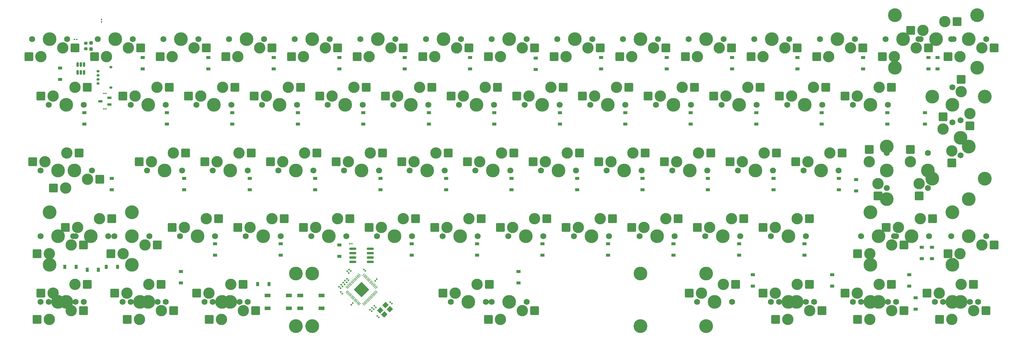
<source format=gbr>
%TF.GenerationSoftware,KiCad,Pcbnew,7.0.1*%
%TF.CreationDate,2023-05-13T17:15:19-04:00*%
%TF.ProjectId,PCB,5043422e-6b69-4636-9164-5f7063625858,rev?*%
%TF.SameCoordinates,Original*%
%TF.FileFunction,Soldermask,Bot*%
%TF.FilePolarity,Negative*%
%FSLAX46Y46*%
G04 Gerber Fmt 4.6, Leading zero omitted, Abs format (unit mm)*
G04 Created by KiCad (PCBNEW 7.0.1) date 2023-05-13 17:15:19*
%MOMM*%
%LPD*%
G01*
G04 APERTURE LIST*
G04 Aperture macros list*
%AMRoundRect*
0 Rectangle with rounded corners*
0 $1 Rounding radius*
0 $2 $3 $4 $5 $6 $7 $8 $9 X,Y pos of 4 corners*
0 Add a 4 corners polygon primitive as box body*
4,1,4,$2,$3,$4,$5,$6,$7,$8,$9,$2,$3,0*
0 Add four circle primitives for the rounded corners*
1,1,$1+$1,$2,$3*
1,1,$1+$1,$4,$5*
1,1,$1+$1,$6,$7*
1,1,$1+$1,$8,$9*
0 Add four rect primitives between the rounded corners*
20,1,$1+$1,$2,$3,$4,$5,0*
20,1,$1+$1,$4,$5,$6,$7,0*
20,1,$1+$1,$6,$7,$8,$9,0*
20,1,$1+$1,$8,$9,$2,$3,0*%
%AMRotRect*
0 Rectangle, with rotation*
0 The origin of the aperture is its center*
0 $1 length*
0 $2 width*
0 $3 Rotation angle, in degrees counterclockwise*
0 Add horizontal line*
21,1,$1,$2,0,0,$3*%
G04 Aperture macros list end*
%ADD10C,4.000000*%
%ADD11C,3.987800*%
%ADD12C,1.750000*%
%ADD13C,3.300000*%
%ADD14RoundRect,0.250000X1.025000X1.000000X-1.025000X1.000000X-1.025000X-1.000000X1.025000X-1.000000X0*%
%ADD15RoundRect,0.050000X0.238649X0.309359X-0.309359X-0.238649X-0.238649X-0.309359X0.309359X0.238649X0*%
%ADD16RoundRect,0.050000X-0.238649X0.309359X-0.309359X0.238649X0.238649X-0.309359X0.309359X-0.238649X0*%
%ADD17RotRect,3.200000X3.200000X225.000000*%
%ADD18RoundRect,0.100000X0.162635X-0.021213X-0.021213X0.162635X-0.162635X0.021213X0.021213X-0.162635X0*%
%ADD19RoundRect,0.250000X-1.025000X-1.000000X1.025000X-1.000000X1.025000X1.000000X-1.025000X1.000000X0*%
%ADD20R,0.900000X1.200000*%
%ADD21R,1.200000X0.900000*%
%ADD22RoundRect,0.100000X-0.130000X-0.100000X0.130000X-0.100000X0.130000X0.100000X-0.130000X0.100000X0*%
%ADD23RoundRect,0.150000X0.150000X-0.512500X0.150000X0.512500X-0.150000X0.512500X-0.150000X-0.512500X0*%
%ADD24RoundRect,0.250000X1.000000X-1.025000X1.000000X1.025000X-1.000000X1.025000X-1.000000X-1.025000X0*%
%ADD25RoundRect,0.100000X0.021213X0.162635X-0.162635X-0.021213X-0.021213X-0.162635X0.162635X0.021213X0*%
%ADD26R,1.800000X1.100000*%
%ADD27RoundRect,0.100000X0.100000X-0.130000X0.100000X0.130000X-0.100000X0.130000X-0.100000X-0.130000X0*%
%ADD28RoundRect,0.150000X-0.275000X0.150000X-0.275000X-0.150000X0.275000X-0.150000X0.275000X0.150000X0*%
%ADD29RoundRect,0.175000X-0.225000X0.175000X-0.225000X-0.175000X0.225000X-0.175000X0.225000X0.175000X0*%
%ADD30RotRect,1.400000X1.200000X45.000000*%
%ADD31R,1.220000X0.650000*%
%ADD32RoundRect,0.100000X-0.162635X0.021213X0.021213X-0.162635X0.162635X-0.021213X-0.021213X0.162635X0*%
%ADD33RoundRect,0.237500X-0.237500X0.287500X-0.237500X-0.287500X0.237500X-0.287500X0.237500X0.287500X0*%
%ADD34RoundRect,0.100000X0.130000X0.100000X-0.130000X0.100000X-0.130000X-0.100000X0.130000X-0.100000X0*%
%ADD35RoundRect,0.250000X-1.000000X1.025000X-1.000000X-1.025000X1.000000X-1.025000X1.000000X1.025000X0*%
%ADD36RoundRect,0.162500X0.825000X0.162500X-0.825000X0.162500X-0.825000X-0.162500X0.825000X-0.162500X0*%
%ADD37RoundRect,0.100000X-0.021213X-0.162635X0.162635X0.021213X0.021213X0.162635X-0.162635X-0.021213X0*%
%ADD38RoundRect,0.218750X-0.256250X0.218750X-0.256250X-0.218750X0.256250X-0.218750X0.256250X0.218750X0*%
%ADD39RoundRect,0.225000X0.225000X0.375000X-0.225000X0.375000X-0.225000X-0.375000X0.225000X-0.375000X0*%
G04 APERTURE END LIST*
D10*
%TO.C,S2*%
X0Y-50165000D03*
D11*
X0Y-65405000D03*
D10*
X23812500Y-50165000D03*
D11*
X23812500Y-65405000D03*
%TD*%
D10*
%TO.C,S1*%
X171450000Y-83185000D03*
D11*
X171450000Y-67945000D03*
D10*
X71437500Y-83185000D03*
D11*
X71437500Y-67945000D03*
%TD*%
%TO.C,S7*%
X256063750Y-16668750D03*
X256063750Y-40481250D03*
D10*
X271303750Y-16668750D03*
X271303750Y-40481250D03*
%TD*%
%TO.C,S3*%
X238125000Y-50165000D03*
D11*
X238125000Y-65405000D03*
D10*
X261937500Y-50165000D03*
D11*
X261937500Y-65405000D03*
%TD*%
D10*
%TO.C,S4*%
X242887500Y-31115000D03*
D11*
X242887500Y-46355000D03*
D10*
X266700000Y-31115000D03*
D11*
X266700000Y-46355000D03*
%TD*%
D10*
%TO.C,S5*%
X245268750Y6985000D03*
D11*
X245268750Y-8255000D03*
D10*
X269081250Y6985000D03*
D11*
X269081250Y-8255000D03*
%TD*%
D10*
%TO.C,S6*%
X190500000Y-83185000D03*
D11*
X190500000Y-67945000D03*
D10*
X76200000Y-83185000D03*
D11*
X76200000Y-67945000D03*
%TD*%
D12*
%TO.C,SW36*%
X152717500Y-38100000D03*
D11*
X147637500Y-38100000D03*
D12*
X142557500Y-38100000D03*
D13*
X143827500Y-35560000D03*
D14*
X140277500Y-35560000D03*
X153727500Y-33020000D03*
D13*
X150177500Y-33020000D03*
%TD*%
D15*
%TO.C,U1*%
X91079702Y-68358968D03*
X91362545Y-68641811D03*
X91645387Y-68924653D03*
X91928230Y-69207496D03*
X92211073Y-69490339D03*
X92493915Y-69773181D03*
X92776758Y-70056024D03*
X93059601Y-70338867D03*
X93342444Y-70621710D03*
X93625286Y-70904552D03*
X93908129Y-71187395D03*
X94190972Y-71470238D03*
X94473814Y-71753080D03*
X94756657Y-72035923D03*
D16*
X94756657Y-73220327D03*
X94473814Y-73503170D03*
X94190972Y-73786012D03*
X93908129Y-74068855D03*
X93625286Y-74351698D03*
X93342444Y-74634540D03*
X93059601Y-74917383D03*
X92776758Y-75200226D03*
X92493915Y-75483069D03*
X92211073Y-75765911D03*
X91928230Y-76048754D03*
X91645387Y-76331597D03*
X91362545Y-76614439D03*
X91079702Y-76897282D03*
D15*
X89895298Y-76897282D03*
X89612455Y-76614439D03*
X89329613Y-76331597D03*
X89046770Y-76048754D03*
X88763927Y-75765911D03*
X88481085Y-75483069D03*
X88198242Y-75200226D03*
X87915399Y-74917383D03*
X87632556Y-74634540D03*
X87349714Y-74351698D03*
X87066871Y-74068855D03*
X86784028Y-73786012D03*
X86501186Y-73503170D03*
X86218343Y-73220327D03*
D16*
X86218343Y-72035923D03*
X86501186Y-71753080D03*
X86784028Y-71470238D03*
X87066871Y-71187395D03*
X87349714Y-70904552D03*
X87632556Y-70621710D03*
X87915399Y-70338867D03*
X88198242Y-70056024D03*
X88481085Y-69773181D03*
X88763927Y-69490339D03*
X89046770Y-69207496D03*
X89329613Y-68924653D03*
X89612455Y-68641811D03*
X89895298Y-68358968D03*
D17*
X90487500Y-72628125D03*
%TD*%
D18*
%TO.C,C16*%
X87296274Y-67241274D03*
X86843726Y-66788726D03*
%TD*%
D12*
%TO.C,SW65*%
X128270000Y-76200000D03*
D11*
X133350000Y-76200000D03*
D12*
X138430000Y-76200000D03*
D13*
X137160000Y-78740000D03*
D19*
X140710000Y-78740000D03*
X127260000Y-81280000D03*
D13*
X130810000Y-81280000D03*
%TD*%
D20*
%TO.C,D43*%
X7650000Y-66000000D03*
X4350000Y-66000000D03*
%TD*%
D12*
%TO.C,SW8*%
X128270000Y0D03*
D11*
X133350000Y0D03*
D12*
X138430000Y0D03*
D13*
X137160000Y-2540000D03*
D19*
X140710000Y-2540000D03*
X127260000Y-5080000D03*
D13*
X130810000Y-5080000D03*
%TD*%
D21*
%TO.C,D42*%
X234000000Y-44000000D03*
X234000000Y-40700000D03*
%TD*%
D12*
%TO.C,SW74*%
X235426250Y-57150000D03*
D11*
X240506250Y-57150000D03*
D12*
X245586250Y-57150000D03*
D13*
X244316250Y-59690000D03*
D19*
X247866250Y-59690000D03*
X234416250Y-62230000D03*
D13*
X237966250Y-62230000D03*
%TD*%
D21*
%TO.C,D20*%
X91000000Y-24650000D03*
X91000000Y-21350000D03*
%TD*%
D12*
%TO.C,SW46*%
X105092500Y-57150000D03*
D11*
X100012500Y-57150000D03*
D12*
X94932500Y-57150000D03*
D13*
X96202500Y-54610000D03*
D14*
X92652500Y-54610000D03*
X106102500Y-52070000D03*
D13*
X102552500Y-52070000D03*
%TD*%
D21*
%TO.C,D31*%
X39000000Y-43650000D03*
X39000000Y-40350000D03*
%TD*%
D22*
%TO.C,C10*%
X87050000Y-59320000D03*
X87690000Y-59320000D03*
%TD*%
D12*
%TO.C,SW42*%
X16986250Y-57150000D03*
D11*
X11906250Y-57150000D03*
D12*
X6826250Y-57150000D03*
D13*
X8096250Y-54610000D03*
D14*
X4546250Y-54610000D03*
X17996250Y-52070000D03*
D13*
X14446250Y-52070000D03*
%TD*%
D21*
%TO.C,D54*%
X256000000Y-63650000D03*
X256000000Y-60350000D03*
%TD*%
%TO.C,D11*%
X179000000Y-8650000D03*
X179000000Y-5350000D03*
%TD*%
%TO.C,D33*%
X77000000Y-43650000D03*
X77000000Y-40350000D03*
%TD*%
D12*
%TO.C,SW6*%
X90170000Y0D03*
D11*
X95250000Y0D03*
D12*
X100330000Y0D03*
D13*
X99060000Y-2540000D03*
D19*
X102610000Y-2540000D03*
X89160000Y-5080000D03*
D13*
X92710000Y-5080000D03*
%TD*%
D21*
%TO.C,D17*%
X34000000Y-24650000D03*
X34000000Y-21350000D03*
%TD*%
%TO.C,D52*%
X200000000Y-62650000D03*
X200000000Y-59350000D03*
%TD*%
%TO.C,D13*%
X217000000Y-8650000D03*
X217000000Y-5350000D03*
%TD*%
D18*
%TO.C,C6*%
X84896274Y-73791274D03*
X84443726Y-73338726D03*
%TD*%
D12*
%TO.C,SW51*%
X200342500Y-57150000D03*
D11*
X195262500Y-57150000D03*
D12*
X190182500Y-57150000D03*
D13*
X191452500Y-54610000D03*
D14*
X187902500Y-54610000D03*
X201352500Y-52070000D03*
D13*
X197802500Y-52070000D03*
%TD*%
D21*
%TO.C,D6*%
X84000000Y-8650000D03*
X84000000Y-5350000D03*
%TD*%
D12*
%TO.C,SW57*%
X126523750Y-76200000D03*
D11*
X121443750Y-76200000D03*
D12*
X116363750Y-76200000D03*
D13*
X117633750Y-73660000D03*
D14*
X114083750Y-73660000D03*
X127533750Y-71120000D03*
D13*
X123983750Y-71120000D03*
%TD*%
D21*
%TO.C,D15*%
X255000000Y-8669222D03*
X255000000Y-5369222D03*
%TD*%
D12*
%TO.C,SW62*%
X9842500Y-76200000D03*
D11*
X4762500Y-76200000D03*
D12*
X-317500Y-76200000D03*
D13*
X952500Y-73660000D03*
D14*
X-2597500Y-73660000D03*
X10852500Y-71120000D03*
D13*
X7302500Y-71120000D03*
%TD*%
D21*
%TO.C,D45*%
X67000000Y-62650000D03*
X67000000Y-59350000D03*
%TD*%
D12*
%TO.C,SW1*%
X-5080000Y0D03*
D11*
X0Y0D03*
D12*
X5080000Y0D03*
D13*
X3810000Y-2540000D03*
D19*
X7360000Y-2540000D03*
X-6090000Y-5080000D03*
D13*
X-2540000Y-5080000D03*
%TD*%
D12*
%TO.C,SW38*%
X190817500Y-38100000D03*
D11*
X185737500Y-38100000D03*
D12*
X180657500Y-38100000D03*
D13*
X181927500Y-35560000D03*
D14*
X178377500Y-35560000D03*
X191827500Y-33020000D03*
D13*
X188277500Y-33020000D03*
%TD*%
D12*
%TO.C,SW3*%
X33020000Y0D03*
D11*
X38100000Y0D03*
D12*
X43180000Y0D03*
D13*
X41910000Y-2540000D03*
D19*
X45460000Y-2540000D03*
X32010000Y-5080000D03*
D13*
X35560000Y-5080000D03*
%TD*%
D21*
%TO.C,D62*%
X251221875Y-74978750D03*
X251221875Y-78278750D03*
%TD*%
D12*
%TO.C,SW30*%
X38417500Y-38100000D03*
D11*
X33337500Y-38100000D03*
D12*
X28257500Y-38100000D03*
D13*
X29527500Y-35560000D03*
D14*
X25977500Y-35560000D03*
X39427500Y-33020000D03*
D13*
X35877500Y-33020000D03*
%TD*%
D21*
%TO.C,D29*%
X254000000Y-24650000D03*
X254000000Y-21350000D03*
%TD*%
D23*
%TO.C,U3*%
X9950000Y-9637500D03*
X9000000Y-9637500D03*
X8050000Y-9637500D03*
X8050000Y-7362500D03*
X9000000Y-7362500D03*
X9950000Y-7362500D03*
%TD*%
D20*
%TO.C,D57*%
X63626000Y-71008750D03*
X60326000Y-71008750D03*
%TD*%
D21*
%TO.C,D12*%
X198000000Y-8650000D03*
X198000000Y-5350000D03*
%TD*%
D12*
%TO.C,SW20*%
X109855000Y-19050000D03*
D11*
X104775000Y-19050000D03*
D12*
X99695000Y-19050000D03*
D13*
X100965000Y-16510000D03*
D14*
X97415000Y-16510000D03*
X110865000Y-13970000D03*
D13*
X107315000Y-13970000D03*
%TD*%
D12*
%TO.C,SW37*%
X171767500Y-38100000D03*
D11*
X166687500Y-38100000D03*
D12*
X161607500Y-38100000D03*
D13*
X162877500Y-35560000D03*
D14*
X159327500Y-35560000D03*
X172777500Y-33020000D03*
D13*
X169227500Y-33020000D03*
%TD*%
D12*
%TO.C,SW79*%
X18732500Y-57150000D03*
D11*
X23812500Y-57150000D03*
D12*
X28892500Y-57150000D03*
D13*
X27622500Y-59690000D03*
D19*
X31172500Y-59690000D03*
X17722500Y-62230000D03*
D13*
X21272500Y-62230000D03*
%TD*%
D21*
%TO.C,D1*%
X257634355Y-8669222D03*
X257634355Y-5369222D03*
%TD*%
D12*
%TO.C,SW27*%
X243205000Y-19050000D03*
D11*
X238125000Y-19050000D03*
D12*
X233045000Y-19050000D03*
D13*
X234315000Y-16510000D03*
D14*
X230765000Y-16510000D03*
X244215000Y-13970000D03*
D13*
X240665000Y-13970000D03*
%TD*%
D18*
%TO.C,R3*%
X94626274Y-77771274D03*
X94173726Y-77318726D03*
%TD*%
D12*
%TO.C,SW35*%
X133667500Y-38100000D03*
D11*
X128587500Y-38100000D03*
D12*
X123507500Y-38100000D03*
D13*
X124777500Y-35560000D03*
D14*
X121227500Y-35560000D03*
X134677500Y-33020000D03*
D13*
X131127500Y-33020000D03*
%TD*%
D21*
%TO.C,D63*%
X253000000Y-63650000D03*
X253000000Y-60350000D03*
%TD*%
D12*
%TO.C,SW69*%
X7461250Y-38100000D03*
D11*
X2381250Y-38100000D03*
D12*
X-2698750Y-38100000D03*
D13*
X-1428750Y-35560000D03*
D14*
X-4978750Y-35560000D03*
X8471250Y-33020000D03*
D13*
X4921250Y-33020000D03*
%TD*%
D21*
%TO.C,D27*%
X224000000Y-24650000D03*
X224000000Y-21350000D03*
%TD*%
%TO.C,D5*%
X65000000Y-8650000D03*
X65000000Y-5350000D03*
%TD*%
D12*
%TO.C,SW28*%
X261937500Y-24130000D03*
D11*
X261937500Y-19050000D03*
D12*
X261937500Y-13970000D03*
D13*
X264477500Y-15240000D03*
D24*
X264477500Y-11690000D03*
X267017500Y-25140000D03*
D13*
X267017500Y-21590000D03*
%TD*%
D12*
%TO.C,SW75*%
X255111250Y-57150000D03*
D11*
X250031250Y-57150000D03*
D12*
X244951250Y-57150000D03*
D13*
X246221250Y-54610000D03*
D14*
X242671250Y-54610000D03*
X256121250Y-52070000D03*
D13*
X252571250Y-52070000D03*
%TD*%
D12*
%TO.C,SW14*%
X262255000Y0D03*
D11*
X257175000Y0D03*
D12*
X252095000Y0D03*
D13*
X253365000Y2540000D03*
D14*
X249815000Y2540000D03*
X263265000Y5080000D03*
D13*
X259715000Y5080000D03*
%TD*%
D25*
%TO.C,C11*%
X87936274Y-76568726D03*
X87483726Y-77021274D03*
%TD*%
D12*
%TO.C,SW63*%
X23495000Y-76200000D03*
D11*
X28575000Y-76200000D03*
D12*
X33655000Y-76200000D03*
D13*
X32385000Y-78740000D03*
D19*
X35935000Y-78740000D03*
X22485000Y-81280000D03*
D13*
X26035000Y-81280000D03*
%TD*%
D21*
%TO.C,D28*%
X243000000Y-24650000D03*
X243000000Y-21350000D03*
%TD*%
D12*
%TO.C,SW70*%
X242570000Y0D03*
D11*
X247650000Y0D03*
D12*
X252730000Y0D03*
D13*
X251460000Y-2540000D03*
D19*
X255010000Y-2540000D03*
X241560000Y-5080000D03*
D13*
X245110000Y-5080000D03*
%TD*%
D21*
%TO.C,D50*%
X162000000Y-62650000D03*
X162000000Y-59350000D03*
%TD*%
D26*
%TO.C,SW73*%
X69370000Y-74345000D03*
X63170000Y-74345000D03*
X69370000Y-78045000D03*
X63170000Y-78045000D03*
%TD*%
D12*
%TO.C,SW2*%
X13970000Y0D03*
D11*
X19050000Y0D03*
D12*
X24130000Y0D03*
D13*
X22860000Y-2540000D03*
D19*
X26410000Y-2540000D03*
X12960000Y-5080000D03*
D13*
X16510000Y-5080000D03*
%TD*%
D18*
%TO.C,C5*%
X86746274Y-67791274D03*
X86293726Y-67338726D03*
%TD*%
D12*
%TO.C,SW54*%
X-2698750Y-76200000D03*
D11*
X2381250Y-76200000D03*
D12*
X7461250Y-76200000D03*
D13*
X6191250Y-78740000D03*
D19*
X9741250Y-78740000D03*
X-3708750Y-81280000D03*
D13*
X-158750Y-81280000D03*
%TD*%
D27*
%TO.C,R4*%
X15000000Y5000000D03*
X15000000Y5640000D03*
%TD*%
D12*
%TO.C,SW29*%
X2063750Y-38100000D03*
D11*
X7143750Y-38100000D03*
D12*
X12223750Y-38100000D03*
D13*
X10953750Y-40640000D03*
D19*
X14503750Y-40640000D03*
X1053750Y-43180000D03*
D13*
X4603750Y-43180000D03*
%TD*%
D21*
%TO.C,D21*%
X110000000Y-24650000D03*
X110000000Y-21350000D03*
%TD*%
%TO.C,D51*%
X181000000Y-62650000D03*
X181000000Y-59350000D03*
%TD*%
%TO.C,D56*%
X38054375Y-67350000D03*
X38054375Y-70650000D03*
%TD*%
D12*
%TO.C,SW31*%
X57467500Y-38100000D03*
D11*
X52387500Y-38100000D03*
D12*
X47307500Y-38100000D03*
D13*
X48577500Y-35560000D03*
D14*
X45027500Y-35560000D03*
X58477500Y-33020000D03*
D13*
X54927500Y-33020000D03*
%TD*%
D12*
%TO.C,SW9*%
X147320000Y0D03*
D11*
X152400000Y0D03*
D12*
X157480000Y0D03*
D13*
X156210000Y-2540000D03*
D19*
X159760000Y-2540000D03*
X146310000Y-5080000D03*
D13*
X149860000Y-5080000D03*
%TD*%
D18*
%TO.C,C4*%
X91566274Y-67231274D03*
X91113726Y-66778726D03*
%TD*%
D22*
%TO.C,C13*%
X15680000Y-15750000D03*
X16320000Y-15750000D03*
%TD*%
D28*
%TO.C,J3*%
X13977402Y-9298125D03*
X13977402Y-10498125D03*
X13977402Y-11698125D03*
X13977402Y-12898125D03*
D29*
X17752402Y-8148125D03*
X17752402Y-14048125D03*
%TD*%
D12*
%TO.C,SW19*%
X90805000Y-19050000D03*
D11*
X85725000Y-19050000D03*
D12*
X80645000Y-19050000D03*
D13*
X81915000Y-16510000D03*
D14*
X78365000Y-16510000D03*
X91815000Y-13970000D03*
D13*
X88265000Y-13970000D03*
%TD*%
D20*
%TO.C,D55*%
X14140000Y-66887500D03*
X10840000Y-66887500D03*
%TD*%
D21*
%TO.C,D38*%
X172000000Y-43650000D03*
X172000000Y-40350000D03*
%TD*%
D12*
%TO.C,SW40*%
X228917500Y-38100000D03*
D11*
X223837500Y-38100000D03*
D12*
X218757500Y-38100000D03*
D13*
X220027500Y-35560000D03*
D14*
X216477500Y-35560000D03*
X229927500Y-33020000D03*
D13*
X226377500Y-33020000D03*
%TD*%
D30*
%TO.C,Y1*%
X95891142Y-78641777D03*
X97446777Y-77086142D03*
X98648858Y-78288223D03*
X97093223Y-79843858D03*
%TD*%
D12*
%TO.C,SW7*%
X109220000Y0D03*
D11*
X114300000Y0D03*
D12*
X119380000Y0D03*
D13*
X118110000Y-2540000D03*
D19*
X121660000Y-2540000D03*
X108210000Y-5080000D03*
D13*
X111760000Y-5080000D03*
%TD*%
D12*
%TO.C,SW58*%
X197961250Y-76200000D03*
D11*
X192881250Y-76200000D03*
D12*
X187801250Y-76200000D03*
D13*
X189071250Y-73660000D03*
D14*
X185521250Y-73660000D03*
X198971250Y-71120000D03*
D13*
X195421250Y-71120000D03*
%TD*%
D31*
%TO.C,U4*%
X17310000Y-17050000D03*
X17310000Y-18950000D03*
X14690000Y-18000000D03*
%TD*%
D12*
%TO.C,SW71*%
X261620000Y0D03*
D11*
X266700000Y0D03*
D12*
X271780000Y0D03*
D13*
X270510000Y-2540000D03*
D19*
X274060000Y-2540000D03*
X260610000Y-5080000D03*
D13*
X264160000Y-5080000D03*
%TD*%
D21*
%TO.C,D61*%
X249428000Y-68350000D03*
X249428000Y-71650000D03*
%TD*%
D12*
%TO.C,SW23*%
X167005000Y-19050000D03*
D11*
X161925000Y-19050000D03*
D12*
X156845000Y-19050000D03*
D13*
X158115000Y-16510000D03*
D14*
X154565000Y-16510000D03*
X168015000Y-13970000D03*
D13*
X164465000Y-13970000D03*
%TD*%
D21*
%TO.C,D7*%
X103000000Y-8650000D03*
X103000000Y-5350000D03*
%TD*%
%TO.C,D24*%
X167000000Y-24650000D03*
X167000000Y-21350000D03*
%TD*%
D12*
%TO.C,SW78*%
X-2698750Y-57150000D03*
D11*
X2381250Y-57150000D03*
D12*
X7461250Y-57150000D03*
D13*
X6191250Y-59690000D03*
D19*
X9741250Y-59690000D03*
X-3708750Y-62230000D03*
D13*
X-158750Y-62230000D03*
%TD*%
D21*
%TO.C,D32*%
X58000000Y-43650000D03*
X58000000Y-40350000D03*
%TD*%
D12*
%TO.C,SW16*%
X33655000Y-19050000D03*
D11*
X28575000Y-19050000D03*
D12*
X23495000Y-19050000D03*
D13*
X24765000Y-16510000D03*
D14*
X21215000Y-16510000D03*
X34665000Y-13970000D03*
D13*
X31115000Y-13970000D03*
%TD*%
D21*
%TO.C,D60*%
X227000000Y-68350000D03*
X227000000Y-71650000D03*
%TD*%
D12*
%TO.C,SW52*%
X219392500Y-57150000D03*
D11*
X214312500Y-57150000D03*
D12*
X209232500Y-57150000D03*
D13*
X210502500Y-54610000D03*
D14*
X206952500Y-54610000D03*
X220402500Y-52070000D03*
D13*
X216852500Y-52070000D03*
%TD*%
D12*
%TO.C,SW55*%
X31273750Y-76200000D03*
D11*
X26193750Y-76200000D03*
D12*
X21113750Y-76200000D03*
D13*
X22383750Y-73660000D03*
D14*
X18833750Y-73660000D03*
X32283750Y-71120000D03*
D13*
X28733750Y-71120000D03*
%TD*%
D12*
%TO.C,SW43*%
X47942500Y-57150000D03*
D11*
X42862500Y-57150000D03*
D12*
X37782500Y-57150000D03*
D13*
X39052500Y-54610000D03*
D14*
X35502500Y-54610000D03*
X48952500Y-52070000D03*
D13*
X45402500Y-52070000D03*
%TD*%
D12*
%TO.C,SW25*%
X205105000Y-19050000D03*
D11*
X200025000Y-19050000D03*
D12*
X194945000Y-19050000D03*
D13*
X196215000Y-16510000D03*
D14*
X192665000Y-16510000D03*
X206115000Y-13970000D03*
D13*
X202565000Y-13970000D03*
%TD*%
D32*
%TO.C,R1*%
X86204056Y-69518396D03*
X86656604Y-69970944D03*
%TD*%
D21*
%TO.C,D58*%
X136000000Y-67350000D03*
X136000000Y-70650000D03*
%TD*%
D12*
%TO.C,SW53*%
X261620000Y-57150000D03*
D11*
X266700000Y-57150000D03*
D12*
X271780000Y-57150000D03*
D13*
X270510000Y-59690000D03*
D19*
X274060000Y-59690000D03*
X260610000Y-62230000D03*
D13*
X264160000Y-62230000D03*
%TD*%
D18*
%TO.C,R2*%
X86126274Y-70501274D03*
X85673726Y-70048726D03*
%TD*%
%TO.C,C14*%
X85546274Y-71091274D03*
X85093726Y-70638726D03*
%TD*%
D21*
%TO.C,D14*%
X236000000Y-8650000D03*
X236000000Y-5350000D03*
%TD*%
D33*
%TO.C,F1*%
X12000000Y-1125000D03*
X12000000Y-2875000D03*
%TD*%
D12*
%TO.C,SW45*%
X86042500Y-57150000D03*
D11*
X80962500Y-57150000D03*
D12*
X75882500Y-57150000D03*
D13*
X77152500Y-54610000D03*
D14*
X73602500Y-54610000D03*
X87052500Y-52070000D03*
D13*
X83502500Y-52070000D03*
%TD*%
D21*
%TO.C,D4*%
X46000000Y-8650000D03*
X46000000Y-5350000D03*
%TD*%
D12*
%TO.C,SW11*%
X185420000Y0D03*
D11*
X190500000Y0D03*
D12*
X195580000Y0D03*
D13*
X194310000Y-2540000D03*
D19*
X197860000Y-2540000D03*
X184410000Y-5080000D03*
D13*
X187960000Y-5080000D03*
%TD*%
D21*
%TO.C,D18*%
X53000000Y-24650000D03*
X53000000Y-21350000D03*
%TD*%
%TO.C,D8*%
X122000000Y-8650000D03*
X122000000Y-5350000D03*
%TD*%
D12*
%TO.C,SW34*%
X114617500Y-38100000D03*
D11*
X109537500Y-38100000D03*
D12*
X104457500Y-38100000D03*
D13*
X105727500Y-35560000D03*
D14*
X102177500Y-35560000D03*
X115627500Y-33020000D03*
D13*
X112077500Y-33020000D03*
%TD*%
D32*
%TO.C,C12*%
X92943726Y-78438726D03*
X93396274Y-78891274D03*
%TD*%
D21*
%TO.C,D40*%
X210000000Y-43650000D03*
X210000000Y-40350000D03*
%TD*%
%TO.C,D59*%
X204000000Y-68350000D03*
X204000000Y-71650000D03*
%TD*%
D34*
%TO.C,C15*%
X16320000Y-20250000D03*
X15680000Y-20250000D03*
%TD*%
D12*
%TO.C,SW10*%
X166370000Y0D03*
D11*
X171450000Y0D03*
D12*
X176530000Y0D03*
D13*
X175260000Y-2540000D03*
D19*
X178810000Y-2540000D03*
X165360000Y-5080000D03*
D13*
X168910000Y-5080000D03*
%TD*%
D21*
%TO.C,D36*%
X134000000Y-43650000D03*
X134000000Y-40350000D03*
%TD*%
D26*
%TO.C,SW72*%
X78860000Y-74345000D03*
X72660000Y-74345000D03*
X78860000Y-78045000D03*
X72660000Y-78045000D03*
%TD*%
D21*
%TO.C,D48*%
X124000000Y-62650000D03*
X124000000Y-59350000D03*
%TD*%
%TO.C,D26*%
X205000000Y-24650000D03*
X205000000Y-21350000D03*
%TD*%
D32*
%TO.C,C1*%
X98793726Y-76238726D03*
X99246274Y-76691274D03*
%TD*%
D21*
%TO.C,D9*%
X141000000Y-8824375D03*
X141000000Y-5524375D03*
%TD*%
D12*
%TO.C,SW49*%
X162242500Y-57150000D03*
D11*
X157162500Y-57150000D03*
D12*
X152082500Y-57150000D03*
D13*
X153352500Y-54610000D03*
D14*
X149802500Y-54610000D03*
X163252500Y-52070000D03*
D13*
X159702500Y-52070000D03*
%TD*%
D12*
%TO.C,SW48*%
X143192500Y-57150000D03*
D11*
X138112500Y-57150000D03*
D12*
X133032500Y-57150000D03*
D13*
X134302500Y-54610000D03*
D14*
X130752500Y-54610000D03*
X144202500Y-52070000D03*
D13*
X140652500Y-52070000D03*
%TD*%
D12*
%TO.C,SW32*%
X76517500Y-38100000D03*
D11*
X71437500Y-38100000D03*
D12*
X66357500Y-38100000D03*
D13*
X67627500Y-35560000D03*
D14*
X64077500Y-35560000D03*
X77527500Y-33020000D03*
D13*
X73977500Y-33020000D03*
%TD*%
D21*
%TO.C,D34*%
X96000000Y-43650000D03*
X96000000Y-40350000D03*
%TD*%
D12*
%TO.C,SW18*%
X71755000Y-19050000D03*
D11*
X66675000Y-19050000D03*
D12*
X61595000Y-19050000D03*
D13*
X62865000Y-16510000D03*
D14*
X59315000Y-16510000D03*
X72765000Y-13970000D03*
D13*
X69215000Y-13970000D03*
%TD*%
D12*
%TO.C,SW50*%
X181292500Y-57150000D03*
D11*
X176212500Y-57150000D03*
D12*
X171132500Y-57150000D03*
D13*
X172402500Y-54610000D03*
D14*
X168852500Y-54610000D03*
X182302500Y-52070000D03*
D13*
X178752500Y-52070000D03*
%TD*%
D12*
%TO.C,SW61*%
X211613750Y-76200000D03*
D11*
X216693750Y-76200000D03*
D12*
X221773750Y-76200000D03*
D13*
X220503750Y-78740000D03*
D19*
X224053750Y-78740000D03*
X210603750Y-81280000D03*
D13*
X214153750Y-81280000D03*
%TD*%
D12*
%TO.C,SW47*%
X124142500Y-57150000D03*
D11*
X119062500Y-57150000D03*
D12*
X113982500Y-57150000D03*
D13*
X115252500Y-54610000D03*
D14*
X111702500Y-54610000D03*
X125152500Y-52070000D03*
D13*
X121602500Y-52070000D03*
%TD*%
D22*
%TO.C,R5*%
X7160000Y-100000D03*
X7800000Y-100000D03*
%TD*%
D21*
%TO.C,D47*%
X105000000Y-62650000D03*
X105000000Y-59350000D03*
%TD*%
D18*
%TO.C,C7*%
X84396274Y-72241274D03*
X83943726Y-71788726D03*
%TD*%
D21*
%TO.C,D46*%
X84000000Y-63000000D03*
X84000000Y-59700000D03*
%TD*%
D12*
%TO.C,SW12*%
X204470000Y0D03*
D11*
X209550000Y0D03*
D12*
X214630000Y0D03*
D13*
X213360000Y-2540000D03*
D19*
X216910000Y-2540000D03*
X203460000Y-5080000D03*
D13*
X207010000Y-5080000D03*
%TD*%
D12*
%TO.C,SW64*%
X47307500Y-76200000D03*
D11*
X52387500Y-76200000D03*
D12*
X57467500Y-76200000D03*
D13*
X56197500Y-78740000D03*
D19*
X59747500Y-78740000D03*
X46297500Y-81280000D03*
D13*
X49847500Y-81280000D03*
%TD*%
D12*
%TO.C,SW59*%
X235426250Y-76200000D03*
D11*
X240506250Y-76200000D03*
D12*
X245586250Y-76200000D03*
D13*
X244316250Y-78740000D03*
D19*
X247866250Y-78740000D03*
X234416250Y-81280000D03*
D13*
X237966250Y-81280000D03*
%TD*%
D21*
%TO.C,D16*%
X10000000Y-24650000D03*
X10000000Y-21350000D03*
%TD*%
%TO.C,D35*%
X115000000Y-43650000D03*
X115000000Y-40350000D03*
%TD*%
D12*
%TO.C,SW24*%
X186055000Y-19050000D03*
D11*
X180975000Y-19050000D03*
D12*
X175895000Y-19050000D03*
D13*
X177165000Y-16510000D03*
D14*
X173615000Y-16510000D03*
X187065000Y-13970000D03*
D13*
X183515000Y-13970000D03*
%TD*%
D21*
%TO.C,D10*%
X160000000Y-8650000D03*
X160000000Y-5350000D03*
%TD*%
D32*
%TO.C,C2*%
X95043726Y-80238726D03*
X95496274Y-80691274D03*
%TD*%
D12*
%TO.C,SW76*%
X264318750Y-23495000D03*
D11*
X264318750Y-28575000D03*
D12*
X264318750Y-33655000D03*
D13*
X261778750Y-32385000D03*
D35*
X261778750Y-35935000D03*
X259238750Y-22485000D03*
D13*
X259238750Y-26035000D03*
%TD*%
D12*
%TO.C,SW67*%
X243205000Y-76200000D03*
D11*
X238125000Y-76200000D03*
D12*
X233045000Y-76200000D03*
D13*
X234315000Y-73660000D03*
D14*
X230765000Y-73660000D03*
X244215000Y-71120000D03*
D13*
X240665000Y-71120000D03*
%TD*%
D21*
%TO.C,D3*%
X27000000Y-8650000D03*
X27000000Y-5350000D03*
%TD*%
D12*
%TO.C,SW41*%
X254793750Y-33020000D03*
D11*
X254793750Y-38100000D03*
D12*
X254793750Y-43180000D03*
D13*
X252253750Y-41910000D03*
D35*
X252253750Y-45460000D03*
X249713750Y-32010000D03*
D13*
X249713750Y-35560000D03*
%TD*%
D21*
%TO.C,D25*%
X186000000Y-24650000D03*
X186000000Y-21350000D03*
%TD*%
%TO.C,D30*%
X18000000Y-43693750D03*
X18000000Y-40393750D03*
%TD*%
D36*
%TO.C,U2*%
X92979375Y-60769375D03*
X92979375Y-62039375D03*
X92979375Y-63309375D03*
X92979375Y-64579375D03*
X87904375Y-64579375D03*
X87904375Y-63309375D03*
X87904375Y-62039375D03*
X87904375Y-60769375D03*
%TD*%
D12*
%TO.C,SW33*%
X95567500Y-38100000D03*
D11*
X90487500Y-38100000D03*
D12*
X85407500Y-38100000D03*
D13*
X86677500Y-35560000D03*
D14*
X83127500Y-35560000D03*
X96577500Y-33020000D03*
D13*
X93027500Y-33020000D03*
%TD*%
D12*
%TO.C,SW17*%
X52705000Y-19050000D03*
D11*
X47625000Y-19050000D03*
D12*
X42545000Y-19050000D03*
D13*
X43815000Y-16510000D03*
D14*
X40265000Y-16510000D03*
X53715000Y-13970000D03*
D13*
X50165000Y-13970000D03*
%TD*%
D21*
%TO.C,D41*%
X229000000Y-43650000D03*
X229000000Y-40350000D03*
%TD*%
D12*
%TO.C,SW4*%
X52070000Y0D03*
D11*
X57150000Y0D03*
D12*
X62230000Y0D03*
D13*
X60960000Y-2540000D03*
D19*
X64510000Y-2540000D03*
X51060000Y-5080000D03*
D13*
X54610000Y-5080000D03*
%TD*%
D21*
%TO.C,D53*%
X219000000Y-62650000D03*
X219000000Y-59350000D03*
%TD*%
%TO.C,D39*%
X191000000Y-43650000D03*
X191000000Y-40350000D03*
%TD*%
D12*
%TO.C,SW15*%
X9842500Y-19050000D03*
D11*
X4762500Y-19050000D03*
D12*
X-317500Y-19050000D03*
D13*
X952500Y-16510000D03*
D14*
X-2597500Y-16510000D03*
X10852500Y-13970000D03*
D13*
X7302500Y-13970000D03*
%TD*%
D12*
%TO.C,SW39*%
X209867500Y-38100000D03*
D11*
X204787500Y-38100000D03*
D12*
X199707500Y-38100000D03*
D13*
X200977500Y-35560000D03*
D14*
X197427500Y-35560000D03*
X210877500Y-33020000D03*
D13*
X207327500Y-33020000D03*
%TD*%
D12*
%TO.C,SW44*%
X66992500Y-57150000D03*
D11*
X61912500Y-57150000D03*
D12*
X56832500Y-57150000D03*
D13*
X58102500Y-54610000D03*
D14*
X54552500Y-54610000D03*
X68002500Y-52070000D03*
D13*
X64452500Y-52070000D03*
%TD*%
D37*
%TO.C,C8*%
X94443726Y-70071274D03*
X94896274Y-69618726D03*
%TD*%
D12*
%TO.C,SW77*%
X242887500Y-33020000D03*
D11*
X242887500Y-38100000D03*
D12*
X242887500Y-43180000D03*
D13*
X240347500Y-41910000D03*
D35*
X240347500Y-45460000D03*
X237807500Y-32010000D03*
D13*
X237807500Y-35560000D03*
%TD*%
D21*
%TO.C,D2*%
X3000000Y-11650000D03*
X3000000Y-8350000D03*
%TD*%
D12*
%TO.C,SW21*%
X128905000Y-19050000D03*
D11*
X123825000Y-19050000D03*
D12*
X118745000Y-19050000D03*
D13*
X120015000Y-16510000D03*
D14*
X116465000Y-16510000D03*
X129915000Y-13970000D03*
D13*
X126365000Y-13970000D03*
%TD*%
D12*
%TO.C,SW13*%
X223520000Y0D03*
D11*
X228600000Y0D03*
D12*
X233680000Y0D03*
D13*
X232410000Y-2540000D03*
D19*
X235960000Y-2540000D03*
X222510000Y-5080000D03*
D13*
X226060000Y-5080000D03*
%TD*%
D18*
%TO.C,C3*%
X84961959Y-71675589D03*
X84509411Y-71223041D03*
%TD*%
D21*
%TO.C,D19*%
X72000000Y-24650000D03*
X72000000Y-21350000D03*
%TD*%
D12*
%TO.C,SW66*%
X219392500Y-76200000D03*
D11*
X214312500Y-76200000D03*
D12*
X209232500Y-76200000D03*
D13*
X210502500Y-73660000D03*
D14*
X206952500Y-73660000D03*
X220402500Y-71120000D03*
D13*
X216852500Y-71120000D03*
%TD*%
D38*
%TO.C,FB1*%
X10500000Y-1212500D03*
X10500000Y-2787500D03*
%TD*%
D12*
%TO.C,SW60*%
X259238750Y-76200000D03*
D11*
X264318750Y-76200000D03*
D12*
X269398750Y-76200000D03*
D13*
X268128750Y-78740000D03*
D19*
X271678750Y-78740000D03*
X258228750Y-81280000D03*
D13*
X261778750Y-81280000D03*
%TD*%
D12*
%TO.C,SW5*%
X71120000Y0D03*
D11*
X76200000Y0D03*
D12*
X81280000Y0D03*
D13*
X80010000Y-2540000D03*
D19*
X83560000Y-2540000D03*
X70110000Y-5080000D03*
D13*
X73660000Y-5080000D03*
%TD*%
D12*
%TO.C,SW22*%
X147955000Y-19050000D03*
D11*
X142875000Y-19050000D03*
D12*
X137795000Y-19050000D03*
D13*
X139065000Y-16510000D03*
D14*
X135515000Y-16510000D03*
X148965000Y-13970000D03*
D13*
X145415000Y-13970000D03*
%TD*%
D21*
%TO.C,D23*%
X148000000Y-24650000D03*
X148000000Y-21350000D03*
%TD*%
D39*
%TO.C,D64*%
X19650000Y-66000000D03*
X16350000Y-66000000D03*
%TD*%
D21*
%TO.C,D49*%
X143000000Y-62650000D03*
X143000000Y-59350000D03*
%TD*%
D32*
%TO.C,C9*%
X93543726Y-77888726D03*
X93996274Y-78341274D03*
%TD*%
D21*
%TO.C,D22*%
X129000000Y-24650000D03*
X129000000Y-21350000D03*
%TD*%
D12*
%TO.C,SW68*%
X267017500Y-76200000D03*
D11*
X261937500Y-76200000D03*
D12*
X256857500Y-76200000D03*
D13*
X258127500Y-73660000D03*
D14*
X254577500Y-73660000D03*
X268027500Y-71120000D03*
D13*
X264477500Y-71120000D03*
%TD*%
D21*
%TO.C,D37*%
X153000000Y-43650000D03*
X153000000Y-40350000D03*
%TD*%
D12*
%TO.C,SW26*%
X224155000Y-19050000D03*
D11*
X219075000Y-19050000D03*
D12*
X213995000Y-19050000D03*
D13*
X215265000Y-16510000D03*
D14*
X211715000Y-16510000D03*
X225165000Y-13970000D03*
D13*
X221615000Y-13970000D03*
%TD*%
D12*
%TO.C,SW56*%
X55086250Y-76200000D03*
D11*
X50006250Y-76200000D03*
D12*
X44926250Y-76200000D03*
D13*
X46196250Y-73660000D03*
D14*
X42646250Y-73660000D03*
X56096250Y-71120000D03*
D13*
X52546250Y-71120000D03*
%TD*%
D21*
%TO.C,D44*%
X48000000Y-62650000D03*
X48000000Y-59350000D03*
%TD*%
M02*

</source>
